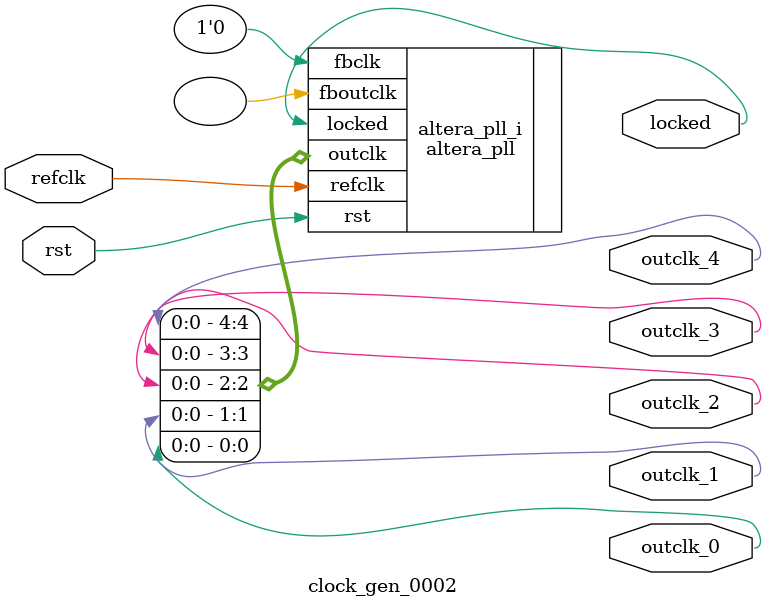
<source format=v>
`timescale 1ns/10ps
module  clock_gen_0002(

	// interface 'refclk'
	input wire refclk,

	// interface 'reset'
	input wire rst,

	// interface 'outclk0'
	output wire outclk_0,

	// interface 'outclk1'
	output wire outclk_1,

	// interface 'outclk2'
	output wire outclk_2,

	// interface 'outclk3'
	output wire outclk_3,

	// interface 'outclk4'
	output wire outclk_4,

	// interface 'locked'
	output wire locked
);

	altera_pll #(
		.fractional_vco_multiplier("false"),
		.reference_clock_frequency("50.0 MHz"),
		.operation_mode("direct"),
		.number_of_clocks(5),
		.output_clock_frequency0("100.000000 MHz"),
		.phase_shift0("0 ps"),
		.duty_cycle0(50),
		.output_clock_frequency1("150.000000 MHz"),
		.phase_shift1("0 ps"),
		.duty_cycle1(50),
		.output_clock_frequency2("200.000000 MHz"),
		.phase_shift2("0 ps"),
		.duty_cycle2(50),
		.output_clock_frequency3("240.000000 MHz"),
		.phase_shift3("0 ps"),
		.duty_cycle3(50),
		.output_clock_frequency4("300.000000 MHz"),
		.phase_shift4("0 ps"),
		.duty_cycle4(50),
		.output_clock_frequency5("0 MHz"),
		.phase_shift5("0 ps"),
		.duty_cycle5(50),
		.output_clock_frequency6("0 MHz"),
		.phase_shift6("0 ps"),
		.duty_cycle6(50),
		.output_clock_frequency7("0 MHz"),
		.phase_shift7("0 ps"),
		.duty_cycle7(50),
		.output_clock_frequency8("0 MHz"),
		.phase_shift8("0 ps"),
		.duty_cycle8(50),
		.output_clock_frequency9("0 MHz"),
		.phase_shift9("0 ps"),
		.duty_cycle9(50),
		.output_clock_frequency10("0 MHz"),
		.phase_shift10("0 ps"),
		.duty_cycle10(50),
		.output_clock_frequency11("0 MHz"),
		.phase_shift11("0 ps"),
		.duty_cycle11(50),
		.output_clock_frequency12("0 MHz"),
		.phase_shift12("0 ps"),
		.duty_cycle12(50),
		.output_clock_frequency13("0 MHz"),
		.phase_shift13("0 ps"),
		.duty_cycle13(50),
		.output_clock_frequency14("0 MHz"),
		.phase_shift14("0 ps"),
		.duty_cycle14(50),
		.output_clock_frequency15("0 MHz"),
		.phase_shift15("0 ps"),
		.duty_cycle15(50),
		.output_clock_frequency16("0 MHz"),
		.phase_shift16("0 ps"),
		.duty_cycle16(50),
		.output_clock_frequency17("0 MHz"),
		.phase_shift17("0 ps"),
		.duty_cycle17(50),
		.pll_type("General"),
		.pll_subtype("General")
	) altera_pll_i (
		.rst	(rst),
		.outclk	({outclk_4, outclk_3, outclk_2, outclk_1, outclk_0}),
		.locked	(locked),
		.fboutclk	( ),
		.fbclk	(1'b0),
		.refclk	(refclk)
	);
endmodule


</source>
